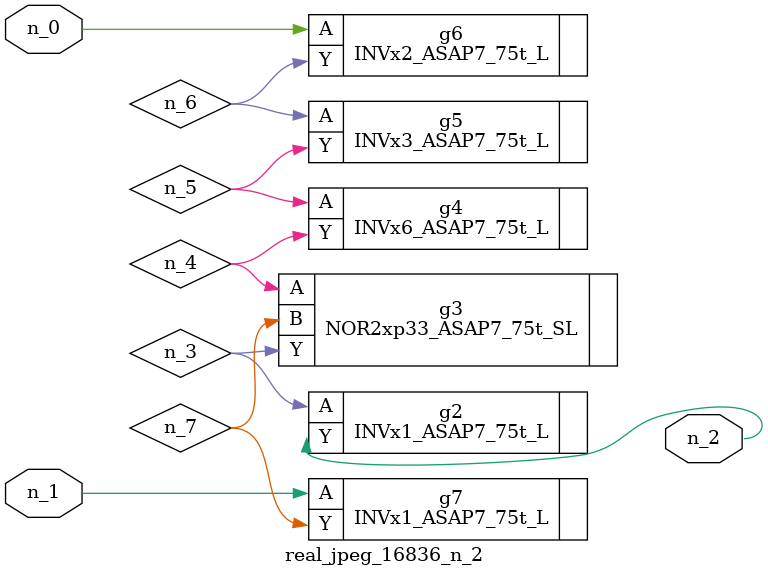
<source format=v>
module real_jpeg_16836_n_2 (n_1, n_0, n_2);

input n_1;
input n_0;

output n_2;

wire n_5;
wire n_4;
wire n_6;
wire n_7;
wire n_3;

INVx2_ASAP7_75t_L g6 ( 
.A(n_0),
.Y(n_6)
);

INVx1_ASAP7_75t_L g7 ( 
.A(n_1),
.Y(n_7)
);

INVx1_ASAP7_75t_L g2 ( 
.A(n_3),
.Y(n_2)
);

NOR2xp33_ASAP7_75t_SL g3 ( 
.A(n_4),
.B(n_7),
.Y(n_3)
);

INVx6_ASAP7_75t_L g4 ( 
.A(n_5),
.Y(n_4)
);

INVx3_ASAP7_75t_L g5 ( 
.A(n_6),
.Y(n_5)
);


endmodule
</source>
